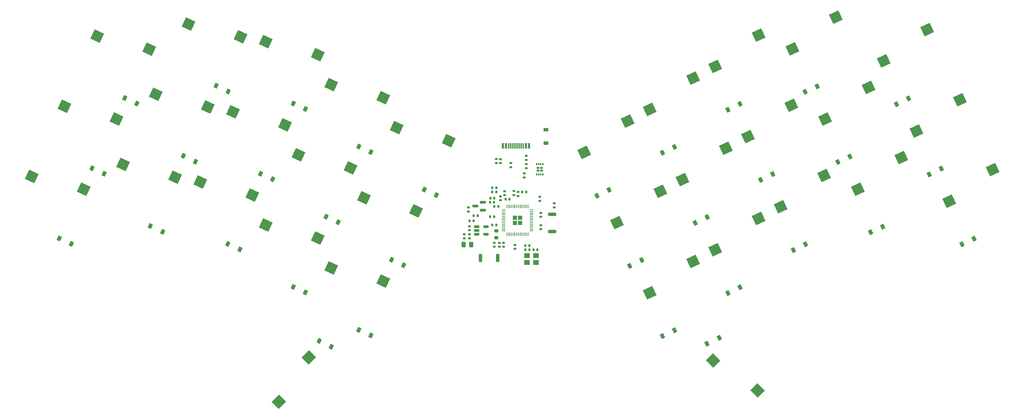
<source format=gbp>
G04 #@! TF.GenerationSoftware,KiCad,Pcbnew,7.0.1*
G04 #@! TF.CreationDate,2023-04-05T18:38:50-04:00*
G04 #@! TF.ProjectId,32kb,33326b62-2e6b-4696-9361-645f70636258,rev?*
G04 #@! TF.SameCoordinates,Original*
G04 #@! TF.FileFunction,Paste,Bot*
G04 #@! TF.FilePolarity,Positive*
%FSLAX46Y46*%
G04 Gerber Fmt 4.6, Leading zero omitted, Abs format (unit mm)*
G04 Created by KiCad (PCBNEW 7.0.1) date 2023-04-05 18:38:50*
%MOMM*%
%LPD*%
G01*
G04 APERTURE LIST*
G04 Aperture macros list*
%AMRoundRect*
0 Rectangle with rounded corners*
0 $1 Rounding radius*
0 $2 $3 $4 $5 $6 $7 $8 $9 X,Y pos of 4 corners*
0 Add a 4 corners polygon primitive as box body*
4,1,4,$2,$3,$4,$5,$6,$7,$8,$9,$2,$3,0*
0 Add four circle primitives for the rounded corners*
1,1,$1+$1,$2,$3*
1,1,$1+$1,$4,$5*
1,1,$1+$1,$6,$7*
1,1,$1+$1,$8,$9*
0 Add four rect primitives between the rounded corners*
20,1,$1+$1,$2,$3,$4,$5,0*
20,1,$1+$1,$4,$5,$6,$7,0*
20,1,$1+$1,$6,$7,$8,$9,0*
20,1,$1+$1,$8,$9,$2,$3,0*%
%AMRotRect*
0 Rectangle, with rotation*
0 The origin of the aperture is its center*
0 $1 length*
0 $2 width*
0 $3 Rotation angle, in degrees counterclockwise*
0 Add horizontal line*
21,1,$1,$2,0,0,$3*%
G04 Aperture macros list end*
%ADD10RotRect,2.550000X2.500000X135.000000*%
%ADD11RotRect,2.550000X2.500000X225.000000*%
%ADD12RotRect,2.550000X2.500000X205.000000*%
%ADD13RotRect,2.550000X2.500000X155.000000*%
%ADD14RoundRect,0.200000X-0.800000X0.200000X-0.800000X-0.200000X0.800000X-0.200000X0.800000X0.200000X0*%
%ADD15RoundRect,0.135000X-0.185000X0.135000X-0.185000X-0.135000X0.185000X-0.135000X0.185000X0.135000X0*%
%ADD16RoundRect,0.140000X-0.170000X0.140000X-0.170000X-0.140000X0.170000X-0.140000X0.170000X0.140000X0*%
%ADD17RoundRect,0.135000X0.185000X-0.135000X0.185000X0.135000X-0.185000X0.135000X-0.185000X-0.135000X0*%
%ADD18RoundRect,0.140000X-0.140000X-0.170000X0.140000X-0.170000X0.140000X0.170000X-0.140000X0.170000X0*%
%ADD19RotRect,0.900000X1.200000X155.000000*%
%ADD20RoundRect,0.250000X0.292217X0.292217X-0.292217X0.292217X-0.292217X-0.292217X0.292217X-0.292217X0*%
%ADD21RoundRect,0.050000X0.387500X0.050000X-0.387500X0.050000X-0.387500X-0.050000X0.387500X-0.050000X0*%
%ADD22RoundRect,0.050000X0.050000X0.387500X-0.050000X0.387500X-0.050000X-0.387500X0.050000X-0.387500X0*%
%ADD23RoundRect,0.200000X-0.200000X-0.800000X0.200000X-0.800000X0.200000X0.800000X-0.200000X0.800000X0*%
%ADD24RotRect,0.900000X1.200000X205.000000*%
%ADD25RoundRect,0.140000X0.180000X-0.140000X0.180000X0.140000X-0.180000X0.140000X-0.180000X-0.140000X0*%
%ADD26RoundRect,0.087500X0.087500X-0.175000X0.087500X0.175000X-0.087500X0.175000X-0.087500X-0.175000X0*%
%ADD27RoundRect,0.147500X-0.147500X-0.172500X0.147500X-0.172500X0.147500X0.172500X-0.147500X0.172500X0*%
%ADD28RoundRect,0.135000X-0.135000X-0.185000X0.135000X-0.185000X0.135000X0.185000X-0.135000X0.185000X0*%
%ADD29RoundRect,0.243750X-0.243750X-0.456250X0.243750X-0.456250X0.243750X0.456250X-0.243750X0.456250X0*%
%ADD30RoundRect,0.135000X0.135000X0.185000X-0.135000X0.185000X-0.135000X-0.185000X0.135000X-0.185000X0*%
%ADD31RoundRect,0.147500X0.147500X0.172500X-0.147500X0.172500X-0.147500X-0.172500X0.147500X-0.172500X0*%
%ADD32RoundRect,0.140000X0.140000X0.170000X-0.140000X0.170000X-0.140000X-0.170000X0.140000X-0.170000X0*%
%ADD33RoundRect,0.150000X-0.512500X-0.150000X0.512500X-0.150000X0.512500X0.150000X-0.512500X0.150000X0*%
%ADD34R,1.400000X1.200000*%
%ADD35RoundRect,0.140000X0.170000X-0.140000X0.170000X0.140000X-0.170000X0.140000X-0.170000X-0.140000X0*%
%ADD36R,0.600000X1.450000*%
%ADD37R,0.300000X1.450000*%
%ADD38RoundRect,0.200000X0.275000X-0.200000X0.275000X0.200000X-0.275000X0.200000X-0.275000X-0.200000X0*%
%ADD39RoundRect,0.150000X0.587500X0.150000X-0.587500X0.150000X-0.587500X-0.150000X0.587500X-0.150000X0*%
%ADD40RoundRect,0.225000X0.375000X-0.225000X0.375000X0.225000X-0.375000X0.225000X-0.375000X-0.225000X0*%
G04 APERTURE END LIST*
D10*
X196901825Y-129834003D03*
X207838645Y-137178721D03*
D11*
X90244653Y-139964850D03*
X97589371Y-129028030D03*
D12*
X254918900Y-90625886D03*
X265561290Y-82860678D03*
X232501175Y-87627059D03*
X243143565Y-79861851D03*
X213518491Y-91994702D03*
X224160881Y-84229494D03*
X197434123Y-102577804D03*
X208076513Y-94812596D03*
X181349755Y-113160906D03*
X191992145Y-105395698D03*
D13*
X103081390Y-107053347D03*
X115870681Y-110214511D03*
X86997022Y-96470245D03*
X99786313Y-99631409D03*
X70912654Y-85887144D03*
X83701945Y-89048308D03*
X51929970Y-81519501D03*
X64719261Y-84680665D03*
X29512245Y-84518327D03*
X42301536Y-87679491D03*
D12*
X246868023Y-73360723D03*
X257510413Y-65595515D03*
X224450297Y-70361896D03*
X235092687Y-62596688D03*
X205467613Y-74729539D03*
X216110003Y-66964331D03*
X189383245Y-85312641D03*
X200025635Y-77547433D03*
X173298878Y-95895743D03*
X183941268Y-88130535D03*
D13*
X111132268Y-89788184D03*
X123921559Y-92949348D03*
X95047900Y-79205082D03*
X107837191Y-82366246D03*
X78963532Y-68621980D03*
X91752823Y-71783144D03*
X59980848Y-64254337D03*
X72770139Y-67415501D03*
X37563123Y-67253164D03*
X50352414Y-70414328D03*
D12*
X238817145Y-56095559D03*
X249459535Y-48330351D03*
X216399419Y-53096733D03*
X227041809Y-45331525D03*
X197416736Y-57464376D03*
X208059126Y-49699168D03*
X181332368Y-68047477D03*
X191974758Y-60282269D03*
X165248000Y-78630579D03*
X175890390Y-70865371D03*
D13*
X119183146Y-72523021D03*
X131972437Y-75684185D03*
X103098778Y-61939919D03*
X115888069Y-65101083D03*
X87014410Y-51356817D03*
X99803701Y-54517981D03*
X68031726Y-46989174D03*
X80821017Y-50150338D03*
X45614001Y-49988001D03*
X58403292Y-53149165D03*
D14*
X157374000Y-93862000D03*
X157374000Y-98062000D03*
D15*
X154323000Y-89515000D03*
X154323000Y-90535000D03*
D16*
X143150000Y-100816000D03*
X143150000Y-101776000D03*
D15*
X148992000Y-88342000D03*
X148992000Y-89362000D03*
D17*
X147214000Y-82248000D03*
X147214000Y-81228000D03*
D18*
X150036000Y-88342000D03*
X150996000Y-88342000D03*
D17*
X136800000Y-93170000D03*
X136800000Y-92150000D03*
D19*
X88709955Y-85217905D03*
X85719139Y-83823265D03*
D18*
X150798000Y-102566000D03*
X151758000Y-102566000D03*
D20*
X149499500Y-95973000D03*
X149499500Y-94698000D03*
X148224500Y-95973000D03*
X148224500Y-94698000D03*
D21*
X152299500Y-92735500D03*
X152299500Y-93135500D03*
X152299500Y-93535500D03*
X152299500Y-93935500D03*
X152299500Y-94335500D03*
X152299500Y-94735500D03*
X152299500Y-95135500D03*
X152299500Y-95535500D03*
X152299500Y-95935500D03*
X152299500Y-96335500D03*
X152299500Y-96735500D03*
X152299500Y-97135500D03*
X152299500Y-97535500D03*
X152299500Y-97935500D03*
D22*
X151462000Y-98773000D03*
X151062000Y-98773000D03*
X150662000Y-98773000D03*
X150262000Y-98773000D03*
X149862000Y-98773000D03*
X149462000Y-98773000D03*
X149062000Y-98773000D03*
X148662000Y-98773000D03*
X148262000Y-98773000D03*
X147862000Y-98773000D03*
X147462000Y-98773000D03*
X147062000Y-98773000D03*
X146662000Y-98773000D03*
X146262000Y-98773000D03*
D21*
X145424500Y-97935500D03*
X145424500Y-97535500D03*
X145424500Y-97135500D03*
X145424500Y-96735500D03*
X145424500Y-96335500D03*
X145424500Y-95935500D03*
X145424500Y-95535500D03*
X145424500Y-95135500D03*
X145424500Y-94735500D03*
X145424500Y-94335500D03*
X145424500Y-93935500D03*
X145424500Y-93535500D03*
X145424500Y-93135500D03*
X145424500Y-92735500D03*
D22*
X146262000Y-91898000D03*
X146662000Y-91898000D03*
X147062000Y-91898000D03*
X147462000Y-91898000D03*
X147862000Y-91898000D03*
X148262000Y-91898000D03*
X148662000Y-91898000D03*
X149062000Y-91898000D03*
X149462000Y-91898000D03*
X149862000Y-91898000D03*
X150262000Y-91898000D03*
X150662000Y-91898000D03*
X151062000Y-91898000D03*
X151462000Y-91898000D03*
D19*
X96760833Y-67952742D03*
X93770017Y-66558102D03*
D17*
X135784000Y-99774000D03*
X135784000Y-98754000D03*
D16*
X148230000Y-101324000D03*
X148230000Y-102284000D03*
D23*
X139780000Y-104598000D03*
X143980000Y-104598000D03*
D15*
X157882000Y-91134000D03*
X157882000Y-92154000D03*
D24*
X187436530Y-122373690D03*
X184445714Y-123768330D03*
D18*
X142190000Y-89866000D03*
X143150000Y-89866000D03*
D19*
X96743445Y-113066170D03*
X93752629Y-111671530D03*
D24*
X222486194Y-62309517D03*
X219495378Y-63704157D03*
X187419142Y-77260261D03*
X184428326Y-78654901D03*
D25*
X153926000Y-83104000D03*
X154726000Y-83104000D03*
X153926000Y-82404000D03*
X154726000Y-82404000D03*
D26*
X155076000Y-84041500D03*
X154576000Y-84041500D03*
X154076000Y-84041500D03*
X153576000Y-84041500D03*
X153576000Y-81466500D03*
X154076000Y-81466500D03*
X154576000Y-81466500D03*
X155076000Y-81466500D03*
D19*
X125938752Y-87724306D03*
X128929568Y-89118946D03*
D27*
X137077000Y-95454000D03*
X138047000Y-95454000D03*
D28*
X142130000Y-94438000D03*
X143150000Y-94438000D03*
D16*
X144420000Y-100816000D03*
X144420000Y-101776000D03*
D29*
X135608500Y-101296000D03*
X137483500Y-101296000D03*
D30*
X143660000Y-88342000D03*
X142640000Y-88342000D03*
D31*
X139063000Y-94184000D03*
X138093000Y-94184000D03*
D16*
X145436000Y-100816000D03*
X145436000Y-101776000D03*
D19*
X112845201Y-78535844D03*
X109854385Y-77141204D03*
D32*
X153762000Y-102566000D03*
X152802000Y-102566000D03*
D19*
X80659077Y-102483069D03*
X77668261Y-101088429D03*
D24*
X198407434Y-124264323D03*
X195416618Y-125658963D03*
D19*
X69727271Y-80850262D03*
X66736455Y-79455622D03*
D24*
X219605266Y-101207486D03*
X216614450Y-102602126D03*
D19*
X39258668Y-101114252D03*
X36267852Y-99719612D03*
D17*
X150516000Y-84786000D03*
X150516000Y-83766000D03*
D32*
X146904000Y-90120000D03*
X145944000Y-90120000D03*
D33*
X138832000Y-98756000D03*
X138832000Y-97806000D03*
X138832000Y-96856000D03*
X141107000Y-96856000D03*
X141107000Y-98756000D03*
D19*
X120878691Y-106384109D03*
X117887875Y-104989469D03*
D28*
X150768000Y-101550000D03*
X151788000Y-101550000D03*
D24*
X261005675Y-99838670D03*
X258014859Y-101233310D03*
X171334774Y-87843363D03*
X168343958Y-89238003D03*
D34*
X153394000Y-105702000D03*
X151194000Y-105702000D03*
X151194000Y-104002000D03*
X153394000Y-104002000D03*
D19*
X55360423Y-66583926D03*
X52369607Y-65189286D03*
D35*
X145690000Y-89076000D03*
X145690000Y-88116000D03*
X144674000Y-81202000D03*
X144674000Y-80242000D03*
D24*
X238587950Y-96839843D03*
X235597134Y-98234483D03*
D15*
X151024000Y-79450000D03*
X151024000Y-80470000D03*
D36*
X145259000Y-76966000D03*
X146034000Y-76966000D03*
D37*
X146734000Y-76966000D03*
X147234000Y-76966000D03*
X147734000Y-76966000D03*
X148234000Y-76966000D03*
X148734000Y-76966000D03*
X149234000Y-76966000D03*
X149734000Y-76966000D03*
X150234000Y-76966000D03*
D36*
X150934000Y-76966000D03*
X151709000Y-76966000D03*
D38*
X143658000Y-99581000D03*
X143658000Y-97931000D03*
D24*
X211554388Y-83942323D03*
X208563572Y-85336963D03*
D32*
X143094000Y-90882000D03*
X142134000Y-90882000D03*
D19*
X103130776Y-126414178D03*
X100139960Y-125019538D03*
X47309546Y-83849089D03*
X44318730Y-82454449D03*
D32*
X144138000Y-91898000D03*
X143178000Y-91898000D03*
D19*
X104794323Y-95801007D03*
X101803507Y-94406367D03*
D16*
X137054000Y-96752000D03*
X137054000Y-97712000D03*
D19*
X61676393Y-98115426D03*
X58685577Y-96720786D03*
D24*
X230537072Y-79574680D03*
X227546256Y-80969320D03*
D15*
X137054000Y-98756000D03*
X137054000Y-99776000D03*
D19*
X112827813Y-123649272D03*
X109836997Y-122254632D03*
D15*
X143658000Y-80214000D03*
X143658000Y-81234000D03*
D24*
X195470020Y-94525425D03*
X192479204Y-95920065D03*
X203503510Y-66677160D03*
X200512694Y-68071800D03*
X179385652Y-105108527D03*
X176394836Y-106503167D03*
D39*
X140356000Y-90882000D03*
X140356000Y-92782000D03*
X138481000Y-91832000D03*
D24*
X252954797Y-82573507D03*
X249963981Y-83968147D03*
D35*
X144674000Y-90346000D03*
X144674000Y-89386000D03*
D15*
X151024000Y-81484000D03*
X151024000Y-82504000D03*
D18*
X142670000Y-87326000D03*
X143630000Y-87326000D03*
D24*
X244903919Y-65308343D03*
X241913103Y-66702983D03*
D16*
X154580000Y-96498000D03*
X154580000Y-97458000D03*
D19*
X77778149Y-63585099D03*
X74787333Y-62190459D03*
D16*
X154580000Y-93450000D03*
X154580000Y-94410000D03*
D40*
X155850000Y-76276000D03*
X155850000Y-72976000D03*
D24*
X203520898Y-111790588D03*
X200530082Y-113185228D03*
D15*
X147976000Y-88086000D03*
X147976000Y-89106000D03*
D32*
X143630000Y-96470000D03*
X142670000Y-96470000D03*
M02*

</source>
